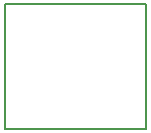
<source format=gbr>
G04 #@! TF.GenerationSoftware,KiCad,Pcbnew,5.0.2+dfsg1-1~bpo9+1*
G04 #@! TF.CreationDate,2019-06-21T17:33:42+01:00*
G04 #@! TF.ProjectId,tiny_usb_4pinout,74696e79-5f75-4736-925f-3470696e6f75,rev?*
G04 #@! TF.SameCoordinates,Original*
G04 #@! TF.FileFunction,Profile,NP*
%FSLAX46Y46*%
G04 Gerber Fmt 4.6, Leading zero omitted, Abs format (unit mm)*
G04 Created by KiCad (PCBNEW 5.0.2+dfsg1-1~bpo9+1) date Fri 21 Jun 2019 17:33:42 BST*
%MOMM*%
%LPD*%
G01*
G04 APERTURE LIST*
%ADD10C,0.200000*%
G04 APERTURE END LIST*
D10*
X145592800Y-95758000D02*
X145592800Y-85229700D01*
X157543500Y-95758000D02*
X157543500Y-85229700D01*
X157543500Y-95758000D02*
X145605500Y-95758000D01*
X145592800Y-85229700D02*
X157530800Y-85229700D01*
M02*

</source>
